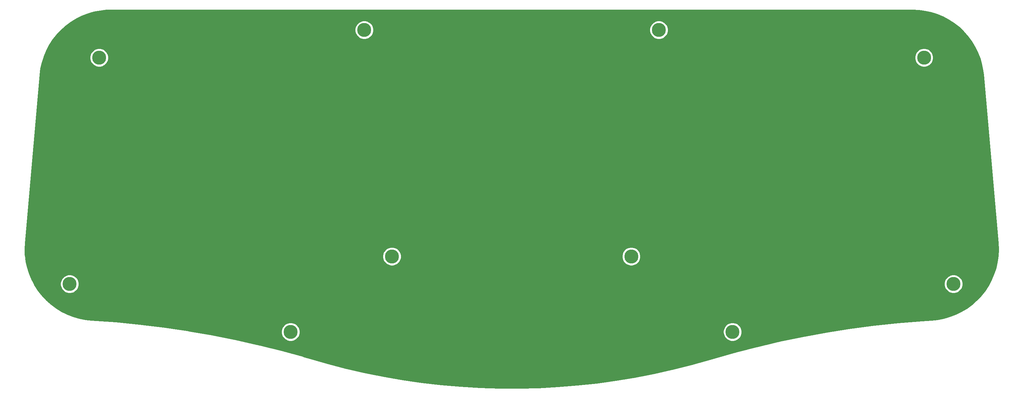
<source format=gtl>
G04 #@! TF.GenerationSoftware,KiCad,Pcbnew,(5.1.4-0)*
G04 #@! TF.CreationDate,2021-07-03T08:26:25+10:00*
G04 #@! TF.ProjectId,ahokore,61686f6b-6f72-4652-9e6b-696361645f70,rev?*
G04 #@! TF.SameCoordinates,Original*
G04 #@! TF.FileFunction,Copper,L1,Top*
G04 #@! TF.FilePolarity,Positive*
%FSLAX46Y46*%
G04 Gerber Fmt 4.6, Leading zero omitted, Abs format (unit mm)*
G04 Created by KiCad (PCBNEW (5.1.4-0)) date 2021-07-03 08:26:25*
%MOMM*%
%LPD*%
G04 APERTURE LIST*
%ADD10C,3.800000*%
%ADD11C,0.254000*%
G04 APERTURE END LIST*
D10*
X250000000Y-75000000D03*
X97500000Y-67500000D03*
X190000000Y-88000000D03*
X10000000Y-75000000D03*
X162500000Y-67500000D03*
X242000000Y-13500000D03*
X70000000Y-88000000D03*
X170000000Y-6000000D03*
X90000000Y-6000000D03*
X18000000Y-13500000D03*
D11*
G36*
X240578981Y-642189D02*
G01*
X242282314Y-870975D01*
X243958563Y-1250272D01*
X245594479Y-1777082D01*
X247177072Y-2447223D01*
X248693829Y-3255396D01*
X250132751Y-4195208D01*
X251482418Y-5259200D01*
X252732163Y-6438962D01*
X253872086Y-7725146D01*
X254893162Y-9107573D01*
X255787310Y-10575301D01*
X256547443Y-12116698D01*
X257167547Y-13719570D01*
X257642706Y-15371207D01*
X257970132Y-17063548D01*
X258104394Y-18206369D01*
X262095770Y-63817140D01*
X262169925Y-65549440D01*
X262090501Y-67266239D01*
X261858777Y-68969178D01*
X261476585Y-70644790D01*
X260946960Y-72279776D01*
X260274088Y-73861215D01*
X259463299Y-75376578D01*
X258521012Y-76813871D01*
X257454697Y-78161697D01*
X256272768Y-79409421D01*
X254984620Y-80547123D01*
X253600440Y-81565809D01*
X252131174Y-82457423D01*
X250588472Y-83214896D01*
X248984540Y-83832232D01*
X247332075Y-84304545D01*
X245643440Y-84628233D01*
X244001429Y-84797193D01*
X241462880Y-84962473D01*
X241461793Y-84962557D01*
X241460776Y-84962614D01*
X241451238Y-84963331D01*
X234998016Y-85494058D01*
X234994401Y-85494400D01*
X234990869Y-85494684D01*
X234981523Y-85495617D01*
X234981353Y-85495633D01*
X234981281Y-85495642D01*
X228543023Y-86183868D01*
X228539390Y-86184301D01*
X228535894Y-86184669D01*
X228526592Y-86185827D01*
X228526403Y-86185850D01*
X228526323Y-86185862D01*
X222106810Y-87031183D01*
X222103242Y-87031697D01*
X222099703Y-87032157D01*
X222090244Y-87033570D01*
X215693220Y-88035494D01*
X215689635Y-88036100D01*
X215686139Y-88036642D01*
X215676717Y-88038286D01*
X209306083Y-89196205D01*
X209302549Y-89196892D01*
X209299032Y-89197525D01*
X209289690Y-89199392D01*
X209289653Y-89199399D01*
X209289637Y-89199403D01*
X202949211Y-90512620D01*
X202945667Y-90513399D01*
X202942195Y-90514112D01*
X202933045Y-90516174D01*
X202932864Y-90516214D01*
X202932787Y-90516233D01*
X196626399Y-91983955D01*
X196622884Y-91984818D01*
X196619421Y-91985618D01*
X196610280Y-91987914D01*
X196610145Y-91987947D01*
X196610088Y-91987962D01*
X190341423Y-93609331D01*
X190338001Y-93610261D01*
X190334487Y-93611163D01*
X190325271Y-93613719D01*
X184098034Y-95387776D01*
X184098023Y-95387779D01*
X179003274Y-96829597D01*
X173878298Y-98126562D01*
X168719162Y-99279913D01*
X163529829Y-100288762D01*
X158314335Y-101152326D01*
X153076747Y-101869930D01*
X147821216Y-102441009D01*
X142551737Y-102865123D01*
X137272508Y-103141940D01*
X131987590Y-103271243D01*
X126701129Y-103252933D01*
X121417193Y-103087021D01*
X116140036Y-102773644D01*
X110873608Y-102313035D01*
X105622147Y-101705564D01*
X100389700Y-100951700D01*
X95180266Y-100052020D01*
X89998096Y-99007258D01*
X84847007Y-97818182D01*
X79730056Y-96485464D01*
X75904995Y-95388645D01*
X73453569Y-94670628D01*
X73452533Y-94670338D01*
X73451545Y-94670039D01*
X73442339Y-94667443D01*
X67198278Y-92953538D01*
X67194751Y-92952616D01*
X67191350Y-92951676D01*
X67182263Y-92949352D01*
X67182085Y-92949305D01*
X67182008Y-92949287D01*
X60898014Y-91388469D01*
X60894541Y-91387651D01*
X60891044Y-91386776D01*
X60881859Y-91384664D01*
X60881722Y-91384632D01*
X60881661Y-91384619D01*
X54561393Y-89977796D01*
X54557885Y-89977060D01*
X54554383Y-89976274D01*
X54545050Y-89974367D01*
X54545013Y-89974359D01*
X54544997Y-89974356D01*
X48192197Y-88722361D01*
X48188653Y-88721707D01*
X48185152Y-88721011D01*
X48175920Y-88719359D01*
X48175737Y-88719325D01*
X48175658Y-88719312D01*
X42535796Y-87750324D01*
X67465000Y-87750324D01*
X67465000Y-88249676D01*
X67562418Y-88739432D01*
X67753512Y-89200773D01*
X68030937Y-89615968D01*
X68384032Y-89969063D01*
X68799227Y-90246488D01*
X69260568Y-90437582D01*
X69750324Y-90535000D01*
X70249676Y-90535000D01*
X70739432Y-90437582D01*
X71200773Y-90246488D01*
X71615968Y-89969063D01*
X71969063Y-89615968D01*
X72246488Y-89200773D01*
X72437582Y-88739432D01*
X72535000Y-88249676D01*
X72535000Y-87750324D01*
X187465000Y-87750324D01*
X187465000Y-88249676D01*
X187562418Y-88739432D01*
X187753512Y-89200773D01*
X188030937Y-89615968D01*
X188384032Y-89969063D01*
X188799227Y-90246488D01*
X189260568Y-90437582D01*
X189750324Y-90535000D01*
X190249676Y-90535000D01*
X190739432Y-90437582D01*
X191200773Y-90246488D01*
X191615968Y-89969063D01*
X191969063Y-89615968D01*
X192246488Y-89200773D01*
X192437582Y-88739432D01*
X192535000Y-88249676D01*
X192535000Y-87750324D01*
X192437582Y-87260568D01*
X192246488Y-86799227D01*
X191969063Y-86384032D01*
X191615968Y-86030937D01*
X191200773Y-85753512D01*
X190739432Y-85562418D01*
X190249676Y-85465000D01*
X189750324Y-85465000D01*
X189260568Y-85562418D01*
X188799227Y-85753512D01*
X188384032Y-86030937D01*
X188030937Y-86384032D01*
X187753512Y-86799227D01*
X187562418Y-87260568D01*
X187465000Y-87750324D01*
X72535000Y-87750324D01*
X72437582Y-87260568D01*
X72246488Y-86799227D01*
X71969063Y-86384032D01*
X71615968Y-86030937D01*
X71200773Y-85753512D01*
X70739432Y-85562418D01*
X70249676Y-85465000D01*
X69750324Y-85465000D01*
X69260568Y-85562418D01*
X68799227Y-85753512D01*
X68384032Y-86030937D01*
X68030937Y-86384032D01*
X67753512Y-86799227D01*
X67562418Y-87260568D01*
X67465000Y-87750324D01*
X42535796Y-87750324D01*
X41794229Y-87622915D01*
X41790704Y-87622353D01*
X41787153Y-87621737D01*
X41777700Y-87620282D01*
X35371310Y-86680113D01*
X35367725Y-86679631D01*
X35364207Y-86679109D01*
X35354883Y-86677907D01*
X35354721Y-86677885D01*
X35354650Y-86677877D01*
X28927272Y-85894519D01*
X28923718Y-85894130D01*
X28920147Y-85893688D01*
X28910820Y-85892716D01*
X28910635Y-85892696D01*
X28910554Y-85892689D01*
X22465965Y-85266601D01*
X22462375Y-85266296D01*
X22458821Y-85265945D01*
X22449287Y-85265186D01*
X16002306Y-84797536D01*
X14273710Y-84615889D01*
X12587221Y-84285048D01*
X10936816Y-83805597D01*
X9335564Y-83181331D01*
X7796155Y-82417202D01*
X6330752Y-81519242D01*
X4950987Y-80494582D01*
X3667769Y-79351323D01*
X2491249Y-78098508D01*
X1430763Y-76746075D01*
X494700Y-75304729D01*
X201144Y-74750324D01*
X7465000Y-74750324D01*
X7465000Y-75249676D01*
X7562418Y-75739432D01*
X7753512Y-76200773D01*
X8030937Y-76615968D01*
X8384032Y-76969063D01*
X8799227Y-77246488D01*
X9260568Y-77437582D01*
X9750324Y-77535000D01*
X10249676Y-77535000D01*
X10739432Y-77437582D01*
X11200773Y-77246488D01*
X11615968Y-76969063D01*
X11969063Y-76615968D01*
X12246488Y-76200773D01*
X12437582Y-75739432D01*
X12535000Y-75249676D01*
X12535000Y-74750324D01*
X247465000Y-74750324D01*
X247465000Y-75249676D01*
X247562418Y-75739432D01*
X247753512Y-76200773D01*
X248030937Y-76615968D01*
X248384032Y-76969063D01*
X248799227Y-77246488D01*
X249260568Y-77437582D01*
X249750324Y-77535000D01*
X250249676Y-77535000D01*
X250739432Y-77437582D01*
X251200773Y-77246488D01*
X251615968Y-76969063D01*
X251969063Y-76615968D01*
X252246488Y-76200773D01*
X252437582Y-75739432D01*
X252535000Y-75249676D01*
X252535000Y-74750324D01*
X252437582Y-74260568D01*
X252246488Y-73799227D01*
X251969063Y-73384032D01*
X251615968Y-73030937D01*
X251200773Y-72753512D01*
X250739432Y-72562418D01*
X250249676Y-72465000D01*
X249750324Y-72465000D01*
X249260568Y-72562418D01*
X248799227Y-72753512D01*
X248384032Y-73030937D01*
X248030937Y-73384032D01*
X247753512Y-73799227D01*
X247562418Y-74260568D01*
X247465000Y-74750324D01*
X12535000Y-74750324D01*
X12437582Y-74260568D01*
X12246488Y-73799227D01*
X11969063Y-73384032D01*
X11615968Y-73030937D01*
X11200773Y-72753512D01*
X10739432Y-72562418D01*
X10249676Y-72465000D01*
X9750324Y-72465000D01*
X9260568Y-72562418D01*
X8799227Y-72753512D01*
X8384032Y-73030937D01*
X8030937Y-73384032D01*
X7753512Y-73799227D01*
X7562418Y-74260568D01*
X7465000Y-74750324D01*
X201144Y-74750324D01*
X-309530Y-73785877D01*
X-975561Y-72201542D01*
X-1498115Y-70564275D01*
X-1873057Y-68887040D01*
X-2088568Y-67250324D01*
X94965000Y-67250324D01*
X94965000Y-67749676D01*
X95062418Y-68239432D01*
X95253512Y-68700773D01*
X95530937Y-69115968D01*
X95884032Y-69469063D01*
X96299227Y-69746488D01*
X96760568Y-69937582D01*
X97250324Y-70035000D01*
X97749676Y-70035000D01*
X98239432Y-69937582D01*
X98700773Y-69746488D01*
X99115968Y-69469063D01*
X99469063Y-69115968D01*
X99746488Y-68700773D01*
X99937582Y-68239432D01*
X100035000Y-67749676D01*
X100035000Y-67250324D01*
X159965000Y-67250324D01*
X159965000Y-67749676D01*
X160062418Y-68239432D01*
X160253512Y-68700773D01*
X160530937Y-69115968D01*
X160884032Y-69469063D01*
X161299227Y-69746488D01*
X161760568Y-69937582D01*
X162250324Y-70035000D01*
X162749676Y-70035000D01*
X163239432Y-69937582D01*
X163700773Y-69746488D01*
X164115968Y-69469063D01*
X164469063Y-69115968D01*
X164746488Y-68700773D01*
X164937582Y-68239432D01*
X165035000Y-67749676D01*
X165035000Y-67250324D01*
X164937582Y-66760568D01*
X164746488Y-66299227D01*
X164469063Y-65884032D01*
X164115968Y-65530937D01*
X163700773Y-65253512D01*
X163239432Y-65062418D01*
X162749676Y-64965000D01*
X162250324Y-64965000D01*
X161760568Y-65062418D01*
X161299227Y-65253512D01*
X160884032Y-65530937D01*
X160530937Y-65884032D01*
X160253512Y-66299227D01*
X160062418Y-66760568D01*
X159965000Y-67250324D01*
X100035000Y-67250324D01*
X99937582Y-66760568D01*
X99746488Y-66299227D01*
X99469063Y-65884032D01*
X99115968Y-65530937D01*
X98700773Y-65253512D01*
X98239432Y-65062418D01*
X97749676Y-64965000D01*
X97250324Y-64965000D01*
X96760568Y-65062418D01*
X96299227Y-65253512D01*
X95884032Y-65530937D01*
X95530937Y-65884032D01*
X95253512Y-66299227D01*
X95062418Y-66760568D01*
X94965000Y-67250324D01*
X-2088568Y-67250324D01*
X-2097418Y-67183115D01*
X-2169453Y-65465240D01*
X-2095401Y-63818268D01*
X1894654Y-18211823D01*
X2122474Y-16492954D01*
X2498847Y-14816036D01*
X3000035Y-13250324D01*
X15465000Y-13250324D01*
X15465000Y-13749676D01*
X15562418Y-14239432D01*
X15753512Y-14700773D01*
X16030937Y-15115968D01*
X16384032Y-15469063D01*
X16799227Y-15746488D01*
X17260568Y-15937582D01*
X17750324Y-16035000D01*
X18249676Y-16035000D01*
X18739432Y-15937582D01*
X19200773Y-15746488D01*
X19615968Y-15469063D01*
X19969063Y-15115968D01*
X20246488Y-14700773D01*
X20437582Y-14239432D01*
X20535000Y-13749676D01*
X20535000Y-13250324D01*
X239465000Y-13250324D01*
X239465000Y-13749676D01*
X239562418Y-14239432D01*
X239753512Y-14700773D01*
X240030937Y-15115968D01*
X240384032Y-15469063D01*
X240799227Y-15746488D01*
X241260568Y-15937582D01*
X241750324Y-16035000D01*
X242249676Y-16035000D01*
X242739432Y-15937582D01*
X243200773Y-15746488D01*
X243615968Y-15469063D01*
X243969063Y-15115968D01*
X244246488Y-14700773D01*
X244437582Y-14239432D01*
X244535000Y-13749676D01*
X244535000Y-13250324D01*
X244437582Y-12760568D01*
X244246488Y-12299227D01*
X243969063Y-11884032D01*
X243615968Y-11530937D01*
X243200773Y-11253512D01*
X242739432Y-11062418D01*
X242249676Y-10965000D01*
X241750324Y-10965000D01*
X241260568Y-11062418D01*
X240799227Y-11253512D01*
X240384032Y-11530937D01*
X240030937Y-11884032D01*
X239753512Y-12299227D01*
X239562418Y-12760568D01*
X239465000Y-13250324D01*
X20535000Y-13250324D01*
X20437582Y-12760568D01*
X20246488Y-12299227D01*
X19969063Y-11884032D01*
X19615968Y-11530937D01*
X19200773Y-11253512D01*
X18739432Y-11062418D01*
X18249676Y-10965000D01*
X17750324Y-10965000D01*
X17260568Y-11062418D01*
X16799227Y-11253512D01*
X16384032Y-11530937D01*
X16030937Y-11884032D01*
X15753512Y-12299227D01*
X15562418Y-12760568D01*
X15465000Y-13250324D01*
X3000035Y-13250324D01*
X3022799Y-13179212D01*
X3690178Y-11595450D01*
X4495708Y-10077275D01*
X5432992Y-8636741D01*
X6494637Y-7285203D01*
X7672219Y-6033399D01*
X7990494Y-5750324D01*
X87465000Y-5750324D01*
X87465000Y-6249676D01*
X87562418Y-6739432D01*
X87753512Y-7200773D01*
X88030937Y-7615968D01*
X88384032Y-7969063D01*
X88799227Y-8246488D01*
X89260568Y-8437582D01*
X89750324Y-8535000D01*
X90249676Y-8535000D01*
X90739432Y-8437582D01*
X91200773Y-8246488D01*
X91615968Y-7969063D01*
X91969063Y-7615968D01*
X92246488Y-7200773D01*
X92437582Y-6739432D01*
X92535000Y-6249676D01*
X92535000Y-5750324D01*
X167465000Y-5750324D01*
X167465000Y-6249676D01*
X167562418Y-6739432D01*
X167753512Y-7200773D01*
X168030937Y-7615968D01*
X168384032Y-7969063D01*
X168799227Y-8246488D01*
X169260568Y-8437582D01*
X169750324Y-8535000D01*
X170249676Y-8535000D01*
X170739432Y-8437582D01*
X171200773Y-8246488D01*
X171615968Y-7969063D01*
X171969063Y-7615968D01*
X172246488Y-7200773D01*
X172437582Y-6739432D01*
X172535000Y-6249676D01*
X172535000Y-5750324D01*
X172437582Y-5260568D01*
X172246488Y-4799227D01*
X171969063Y-4384032D01*
X171615968Y-4030937D01*
X171200773Y-3753512D01*
X170739432Y-3562418D01*
X170249676Y-3465000D01*
X169750324Y-3465000D01*
X169260568Y-3562418D01*
X168799227Y-3753512D01*
X168384032Y-4030937D01*
X168030937Y-4384032D01*
X167753512Y-4799227D01*
X167562418Y-5260568D01*
X167465000Y-5750324D01*
X92535000Y-5750324D01*
X92437582Y-5260568D01*
X92246488Y-4799227D01*
X91969063Y-4384032D01*
X91615968Y-4030937D01*
X91200773Y-3753512D01*
X90739432Y-3562418D01*
X90249676Y-3465000D01*
X89750324Y-3465000D01*
X89260568Y-3562418D01*
X88799227Y-3753512D01*
X88384032Y-4030937D01*
X88030937Y-4384032D01*
X87753512Y-4799227D01*
X87562418Y-5260568D01*
X87465000Y-5750324D01*
X7990494Y-5750324D01*
X8956414Y-4891232D01*
X10337051Y-3867750D01*
X11803212Y-2971043D01*
X13343280Y-2208221D01*
X14945058Y-1585324D01*
X16595882Y-1107277D01*
X18282644Y-777876D01*
X19997085Y-599194D01*
X21147663Y-565046D01*
X238846810Y-565046D01*
X240578981Y-642189D01*
X240578981Y-642189D01*
G37*
X240578981Y-642189D02*
X242282314Y-870975D01*
X243958563Y-1250272D01*
X245594479Y-1777082D01*
X247177072Y-2447223D01*
X248693829Y-3255396D01*
X250132751Y-4195208D01*
X251482418Y-5259200D01*
X252732163Y-6438962D01*
X253872086Y-7725146D01*
X254893162Y-9107573D01*
X255787310Y-10575301D01*
X256547443Y-12116698D01*
X257167547Y-13719570D01*
X257642706Y-15371207D01*
X257970132Y-17063548D01*
X258104394Y-18206369D01*
X262095770Y-63817140D01*
X262169925Y-65549440D01*
X262090501Y-67266239D01*
X261858777Y-68969178D01*
X261476585Y-70644790D01*
X260946960Y-72279776D01*
X260274088Y-73861215D01*
X259463299Y-75376578D01*
X258521012Y-76813871D01*
X257454697Y-78161697D01*
X256272768Y-79409421D01*
X254984620Y-80547123D01*
X253600440Y-81565809D01*
X252131174Y-82457423D01*
X250588472Y-83214896D01*
X248984540Y-83832232D01*
X247332075Y-84304545D01*
X245643440Y-84628233D01*
X244001429Y-84797193D01*
X241462880Y-84962473D01*
X241461793Y-84962557D01*
X241460776Y-84962614D01*
X241451238Y-84963331D01*
X234998016Y-85494058D01*
X234994401Y-85494400D01*
X234990869Y-85494684D01*
X234981523Y-85495617D01*
X234981353Y-85495633D01*
X234981281Y-85495642D01*
X228543023Y-86183868D01*
X228539390Y-86184301D01*
X228535894Y-86184669D01*
X228526592Y-86185827D01*
X228526403Y-86185850D01*
X228526323Y-86185862D01*
X222106810Y-87031183D01*
X222103242Y-87031697D01*
X222099703Y-87032157D01*
X222090244Y-87033570D01*
X215693220Y-88035494D01*
X215689635Y-88036100D01*
X215686139Y-88036642D01*
X215676717Y-88038286D01*
X209306083Y-89196205D01*
X209302549Y-89196892D01*
X209299032Y-89197525D01*
X209289690Y-89199392D01*
X209289653Y-89199399D01*
X209289637Y-89199403D01*
X202949211Y-90512620D01*
X202945667Y-90513399D01*
X202942195Y-90514112D01*
X202933045Y-90516174D01*
X202932864Y-90516214D01*
X202932787Y-90516233D01*
X196626399Y-91983955D01*
X196622884Y-91984818D01*
X196619421Y-91985618D01*
X196610280Y-91987914D01*
X196610145Y-91987947D01*
X196610088Y-91987962D01*
X190341423Y-93609331D01*
X190338001Y-93610261D01*
X190334487Y-93611163D01*
X190325271Y-93613719D01*
X184098034Y-95387776D01*
X184098023Y-95387779D01*
X179003274Y-96829597D01*
X173878298Y-98126562D01*
X168719162Y-99279913D01*
X163529829Y-100288762D01*
X158314335Y-101152326D01*
X153076747Y-101869930D01*
X147821216Y-102441009D01*
X142551737Y-102865123D01*
X137272508Y-103141940D01*
X131987590Y-103271243D01*
X126701129Y-103252933D01*
X121417193Y-103087021D01*
X116140036Y-102773644D01*
X110873608Y-102313035D01*
X105622147Y-101705564D01*
X100389700Y-100951700D01*
X95180266Y-100052020D01*
X89998096Y-99007258D01*
X84847007Y-97818182D01*
X79730056Y-96485464D01*
X75904995Y-95388645D01*
X73453569Y-94670628D01*
X73452533Y-94670338D01*
X73451545Y-94670039D01*
X73442339Y-94667443D01*
X67198278Y-92953538D01*
X67194751Y-92952616D01*
X67191350Y-92951676D01*
X67182263Y-92949352D01*
X67182085Y-92949305D01*
X67182008Y-92949287D01*
X60898014Y-91388469D01*
X60894541Y-91387651D01*
X60891044Y-91386776D01*
X60881859Y-91384664D01*
X60881722Y-91384632D01*
X60881661Y-91384619D01*
X54561393Y-89977796D01*
X54557885Y-89977060D01*
X54554383Y-89976274D01*
X54545050Y-89974367D01*
X54545013Y-89974359D01*
X54544997Y-89974356D01*
X48192197Y-88722361D01*
X48188653Y-88721707D01*
X48185152Y-88721011D01*
X48175920Y-88719359D01*
X48175737Y-88719325D01*
X48175658Y-88719312D01*
X42535796Y-87750324D01*
X67465000Y-87750324D01*
X67465000Y-88249676D01*
X67562418Y-88739432D01*
X67753512Y-89200773D01*
X68030937Y-89615968D01*
X68384032Y-89969063D01*
X68799227Y-90246488D01*
X69260568Y-90437582D01*
X69750324Y-90535000D01*
X70249676Y-90535000D01*
X70739432Y-90437582D01*
X71200773Y-90246488D01*
X71615968Y-89969063D01*
X71969063Y-89615968D01*
X72246488Y-89200773D01*
X72437582Y-88739432D01*
X72535000Y-88249676D01*
X72535000Y-87750324D01*
X187465000Y-87750324D01*
X187465000Y-88249676D01*
X187562418Y-88739432D01*
X187753512Y-89200773D01*
X188030937Y-89615968D01*
X188384032Y-89969063D01*
X188799227Y-90246488D01*
X189260568Y-90437582D01*
X189750324Y-90535000D01*
X190249676Y-90535000D01*
X190739432Y-90437582D01*
X191200773Y-90246488D01*
X191615968Y-89969063D01*
X191969063Y-89615968D01*
X192246488Y-89200773D01*
X192437582Y-88739432D01*
X192535000Y-88249676D01*
X192535000Y-87750324D01*
X192437582Y-87260568D01*
X192246488Y-86799227D01*
X191969063Y-86384032D01*
X191615968Y-86030937D01*
X191200773Y-85753512D01*
X190739432Y-85562418D01*
X190249676Y-85465000D01*
X189750324Y-85465000D01*
X189260568Y-85562418D01*
X188799227Y-85753512D01*
X188384032Y-86030937D01*
X188030937Y-86384032D01*
X187753512Y-86799227D01*
X187562418Y-87260568D01*
X187465000Y-87750324D01*
X72535000Y-87750324D01*
X72437582Y-87260568D01*
X72246488Y-86799227D01*
X71969063Y-86384032D01*
X71615968Y-86030937D01*
X71200773Y-85753512D01*
X70739432Y-85562418D01*
X70249676Y-85465000D01*
X69750324Y-85465000D01*
X69260568Y-85562418D01*
X68799227Y-85753512D01*
X68384032Y-86030937D01*
X68030937Y-86384032D01*
X67753512Y-86799227D01*
X67562418Y-87260568D01*
X67465000Y-87750324D01*
X42535796Y-87750324D01*
X41794229Y-87622915D01*
X41790704Y-87622353D01*
X41787153Y-87621737D01*
X41777700Y-87620282D01*
X35371310Y-86680113D01*
X35367725Y-86679631D01*
X35364207Y-86679109D01*
X35354883Y-86677907D01*
X35354721Y-86677885D01*
X35354650Y-86677877D01*
X28927272Y-85894519D01*
X28923718Y-85894130D01*
X28920147Y-85893688D01*
X28910820Y-85892716D01*
X28910635Y-85892696D01*
X28910554Y-85892689D01*
X22465965Y-85266601D01*
X22462375Y-85266296D01*
X22458821Y-85265945D01*
X22449287Y-85265186D01*
X16002306Y-84797536D01*
X14273710Y-84615889D01*
X12587221Y-84285048D01*
X10936816Y-83805597D01*
X9335564Y-83181331D01*
X7796155Y-82417202D01*
X6330752Y-81519242D01*
X4950987Y-80494582D01*
X3667769Y-79351323D01*
X2491249Y-78098508D01*
X1430763Y-76746075D01*
X494700Y-75304729D01*
X201144Y-74750324D01*
X7465000Y-74750324D01*
X7465000Y-75249676D01*
X7562418Y-75739432D01*
X7753512Y-76200773D01*
X8030937Y-76615968D01*
X8384032Y-76969063D01*
X8799227Y-77246488D01*
X9260568Y-77437582D01*
X9750324Y-77535000D01*
X10249676Y-77535000D01*
X10739432Y-77437582D01*
X11200773Y-77246488D01*
X11615968Y-76969063D01*
X11969063Y-76615968D01*
X12246488Y-76200773D01*
X12437582Y-75739432D01*
X12535000Y-75249676D01*
X12535000Y-74750324D01*
X247465000Y-74750324D01*
X247465000Y-75249676D01*
X247562418Y-75739432D01*
X247753512Y-76200773D01*
X248030937Y-76615968D01*
X248384032Y-76969063D01*
X248799227Y-77246488D01*
X249260568Y-77437582D01*
X249750324Y-77535000D01*
X250249676Y-77535000D01*
X250739432Y-77437582D01*
X251200773Y-77246488D01*
X251615968Y-76969063D01*
X251969063Y-76615968D01*
X252246488Y-76200773D01*
X252437582Y-75739432D01*
X252535000Y-75249676D01*
X252535000Y-74750324D01*
X252437582Y-74260568D01*
X252246488Y-73799227D01*
X251969063Y-73384032D01*
X251615968Y-73030937D01*
X251200773Y-72753512D01*
X250739432Y-72562418D01*
X250249676Y-72465000D01*
X249750324Y-72465000D01*
X249260568Y-72562418D01*
X248799227Y-72753512D01*
X248384032Y-73030937D01*
X248030937Y-73384032D01*
X247753512Y-73799227D01*
X247562418Y-74260568D01*
X247465000Y-74750324D01*
X12535000Y-74750324D01*
X12437582Y-74260568D01*
X12246488Y-73799227D01*
X11969063Y-73384032D01*
X11615968Y-73030937D01*
X11200773Y-72753512D01*
X10739432Y-72562418D01*
X10249676Y-72465000D01*
X9750324Y-72465000D01*
X9260568Y-72562418D01*
X8799227Y-72753512D01*
X8384032Y-73030937D01*
X8030937Y-73384032D01*
X7753512Y-73799227D01*
X7562418Y-74260568D01*
X7465000Y-74750324D01*
X201144Y-74750324D01*
X-309530Y-73785877D01*
X-975561Y-72201542D01*
X-1498115Y-70564275D01*
X-1873057Y-68887040D01*
X-2088568Y-67250324D01*
X94965000Y-67250324D01*
X94965000Y-67749676D01*
X95062418Y-68239432D01*
X95253512Y-68700773D01*
X95530937Y-69115968D01*
X95884032Y-69469063D01*
X96299227Y-69746488D01*
X96760568Y-69937582D01*
X97250324Y-70035000D01*
X97749676Y-70035000D01*
X98239432Y-69937582D01*
X98700773Y-69746488D01*
X99115968Y-69469063D01*
X99469063Y-69115968D01*
X99746488Y-68700773D01*
X99937582Y-68239432D01*
X100035000Y-67749676D01*
X100035000Y-67250324D01*
X159965000Y-67250324D01*
X159965000Y-67749676D01*
X160062418Y-68239432D01*
X160253512Y-68700773D01*
X160530937Y-69115968D01*
X160884032Y-69469063D01*
X161299227Y-69746488D01*
X161760568Y-69937582D01*
X162250324Y-70035000D01*
X162749676Y-70035000D01*
X163239432Y-69937582D01*
X163700773Y-69746488D01*
X164115968Y-69469063D01*
X164469063Y-69115968D01*
X164746488Y-68700773D01*
X164937582Y-68239432D01*
X165035000Y-67749676D01*
X165035000Y-67250324D01*
X164937582Y-66760568D01*
X164746488Y-66299227D01*
X164469063Y-65884032D01*
X164115968Y-65530937D01*
X163700773Y-65253512D01*
X163239432Y-65062418D01*
X162749676Y-64965000D01*
X162250324Y-64965000D01*
X161760568Y-65062418D01*
X161299227Y-65253512D01*
X160884032Y-65530937D01*
X160530937Y-65884032D01*
X160253512Y-66299227D01*
X160062418Y-66760568D01*
X159965000Y-67250324D01*
X100035000Y-67250324D01*
X99937582Y-66760568D01*
X99746488Y-66299227D01*
X99469063Y-65884032D01*
X99115968Y-65530937D01*
X98700773Y-65253512D01*
X98239432Y-65062418D01*
X97749676Y-64965000D01*
X97250324Y-64965000D01*
X96760568Y-65062418D01*
X96299227Y-65253512D01*
X95884032Y-65530937D01*
X95530937Y-65884032D01*
X95253512Y-66299227D01*
X95062418Y-66760568D01*
X94965000Y-67250324D01*
X-2088568Y-67250324D01*
X-2097418Y-67183115D01*
X-2169453Y-65465240D01*
X-2095401Y-63818268D01*
X1894654Y-18211823D01*
X2122474Y-16492954D01*
X2498847Y-14816036D01*
X3000035Y-13250324D01*
X15465000Y-13250324D01*
X15465000Y-13749676D01*
X15562418Y-14239432D01*
X15753512Y-14700773D01*
X16030937Y-15115968D01*
X16384032Y-15469063D01*
X16799227Y-15746488D01*
X17260568Y-15937582D01*
X17750324Y-16035000D01*
X18249676Y-16035000D01*
X18739432Y-15937582D01*
X19200773Y-15746488D01*
X19615968Y-15469063D01*
X19969063Y-15115968D01*
X20246488Y-14700773D01*
X20437582Y-14239432D01*
X20535000Y-13749676D01*
X20535000Y-13250324D01*
X239465000Y-13250324D01*
X239465000Y-13749676D01*
X239562418Y-14239432D01*
X239753512Y-14700773D01*
X240030937Y-15115968D01*
X240384032Y-15469063D01*
X240799227Y-15746488D01*
X241260568Y-15937582D01*
X241750324Y-16035000D01*
X242249676Y-16035000D01*
X242739432Y-15937582D01*
X243200773Y-15746488D01*
X243615968Y-15469063D01*
X243969063Y-15115968D01*
X244246488Y-14700773D01*
X244437582Y-14239432D01*
X244535000Y-13749676D01*
X244535000Y-13250324D01*
X244437582Y-12760568D01*
X244246488Y-12299227D01*
X243969063Y-11884032D01*
X243615968Y-11530937D01*
X243200773Y-11253512D01*
X242739432Y-11062418D01*
X242249676Y-10965000D01*
X241750324Y-10965000D01*
X241260568Y-11062418D01*
X240799227Y-11253512D01*
X240384032Y-11530937D01*
X240030937Y-11884032D01*
X239753512Y-12299227D01*
X239562418Y-12760568D01*
X239465000Y-13250324D01*
X20535000Y-13250324D01*
X20437582Y-12760568D01*
X20246488Y-12299227D01*
X19969063Y-11884032D01*
X19615968Y-11530937D01*
X19200773Y-11253512D01*
X18739432Y-11062418D01*
X18249676Y-10965000D01*
X17750324Y-10965000D01*
X17260568Y-11062418D01*
X16799227Y-11253512D01*
X16384032Y-11530937D01*
X16030937Y-11884032D01*
X15753512Y-12299227D01*
X15562418Y-12760568D01*
X15465000Y-13250324D01*
X3000035Y-13250324D01*
X3022799Y-13179212D01*
X3690178Y-11595450D01*
X4495708Y-10077275D01*
X5432992Y-8636741D01*
X6494637Y-7285203D01*
X7672219Y-6033399D01*
X7990494Y-5750324D01*
X87465000Y-5750324D01*
X87465000Y-6249676D01*
X87562418Y-6739432D01*
X87753512Y-7200773D01*
X88030937Y-7615968D01*
X88384032Y-7969063D01*
X88799227Y-8246488D01*
X89260568Y-8437582D01*
X89750324Y-8535000D01*
X90249676Y-8535000D01*
X90739432Y-8437582D01*
X91200773Y-8246488D01*
X91615968Y-7969063D01*
X91969063Y-7615968D01*
X92246488Y-7200773D01*
X92437582Y-6739432D01*
X92535000Y-6249676D01*
X92535000Y-5750324D01*
X167465000Y-5750324D01*
X167465000Y-6249676D01*
X167562418Y-6739432D01*
X167753512Y-7200773D01*
X168030937Y-7615968D01*
X168384032Y-7969063D01*
X168799227Y-8246488D01*
X169260568Y-8437582D01*
X169750324Y-8535000D01*
X170249676Y-8535000D01*
X170739432Y-8437582D01*
X171200773Y-8246488D01*
X171615968Y-7969063D01*
X171969063Y-7615968D01*
X172246488Y-7200773D01*
X172437582Y-6739432D01*
X172535000Y-6249676D01*
X172535000Y-5750324D01*
X172437582Y-5260568D01*
X172246488Y-4799227D01*
X171969063Y-4384032D01*
X171615968Y-4030937D01*
X171200773Y-3753512D01*
X170739432Y-3562418D01*
X170249676Y-3465000D01*
X169750324Y-3465000D01*
X169260568Y-3562418D01*
X168799227Y-3753512D01*
X168384032Y-4030937D01*
X168030937Y-4384032D01*
X167753512Y-4799227D01*
X167562418Y-5260568D01*
X167465000Y-5750324D01*
X92535000Y-5750324D01*
X92437582Y-5260568D01*
X92246488Y-4799227D01*
X91969063Y-4384032D01*
X91615968Y-4030937D01*
X91200773Y-3753512D01*
X90739432Y-3562418D01*
X90249676Y-3465000D01*
X89750324Y-3465000D01*
X89260568Y-3562418D01*
X88799227Y-3753512D01*
X88384032Y-4030937D01*
X88030937Y-4384032D01*
X87753512Y-4799227D01*
X87562418Y-5260568D01*
X87465000Y-5750324D01*
X7990494Y-5750324D01*
X8956414Y-4891232D01*
X10337051Y-3867750D01*
X11803212Y-2971043D01*
X13343280Y-2208221D01*
X14945058Y-1585324D01*
X16595882Y-1107277D01*
X18282644Y-777876D01*
X19997085Y-599194D01*
X21147663Y-565046D01*
X238846810Y-565046D01*
X240578981Y-642189D01*
M02*

</source>
